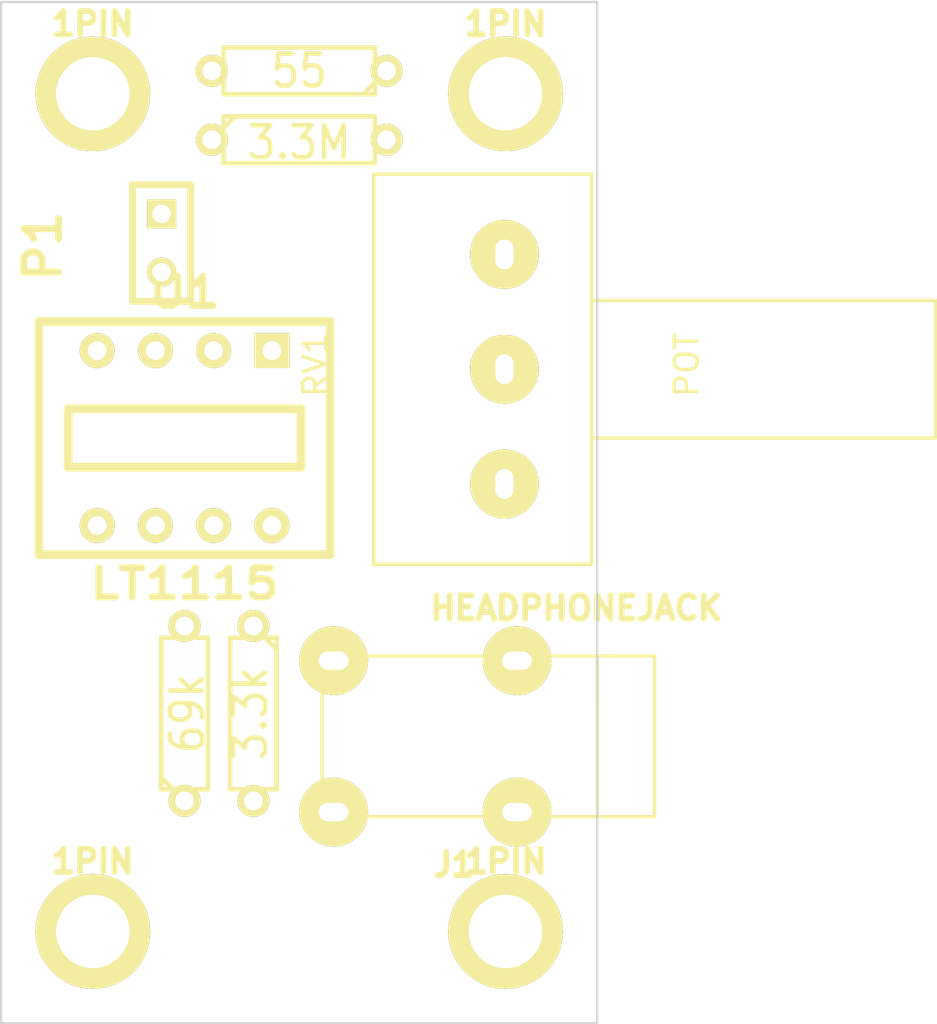
<source format=kicad_pcb>
(kicad_pcb (version 3) (host pcbnew "(2014-01-10 BZR 4027)-stable")

  (general
    (links 12)
    (no_connects 12)
    (area 119.949999 64.949999 185.079001 115.050001)
    (thickness 1.6)
    (drawings 5)
    (tracks 0)
    (zones 0)
    (modules 12)
    (nets 7)
  )

  (page A3)
  (layers
    (15 F.Cu signal)
    (0 B.Cu signal)
    (16 B.Adhes user)
    (17 F.Adhes user)
    (18 B.Paste user)
    (19 F.Paste user)
    (20 B.SilkS user)
    (21 F.SilkS user)
    (22 B.Mask user)
    (23 F.Mask user)
    (24 Dwgs.User user)
    (25 Cmts.User user)
    (26 Eco1.User user)
    (27 Eco2.User user)
    (28 Edge.Cuts user)
  )

  (setup
    (last_trace_width 0.254)
    (trace_clearance 0.254)
    (zone_clearance 0.508)
    (zone_45_only no)
    (trace_min 0.254)
    (segment_width 0.2)
    (edge_width 0.1)
    (via_size 0.889)
    (via_drill 0.635)
    (via_min_size 0.889)
    (via_min_drill 0.508)
    (uvia_size 0.508)
    (uvia_drill 0.127)
    (uvias_allowed no)
    (uvia_min_size 0.508)
    (uvia_min_drill 0.127)
    (pcb_text_width 0.3)
    (pcb_text_size 1.5 1.5)
    (mod_edge_width 0.15)
    (mod_text_size 1 1)
    (mod_text_width 0.15)
    (pad_size 5 5)
    (pad_drill 3.2)
    (pad_to_mask_clearance 0)
    (aux_axis_origin 0 0)
    (visible_elements FFFFFFBF)
    (pcbplotparams
      (layerselection 3178497)
      (usegerberextensions true)
      (excludeedgelayer true)
      (linewidth 0.150000)
      (plotframeref false)
      (viasonmask false)
      (mode 1)
      (useauxorigin false)
      (hpglpennumber 1)
      (hpglpenspeed 20)
      (hpglpendiameter 15)
      (hpglpenoverlay 2)
      (psnegative false)
      (psa4output false)
      (plotreference true)
      (plotvalue true)
      (plotothertext true)
      (plotinvisibletext false)
      (padsonsilk false)
      (subtractmaskfromsilk false)
      (outputformat 1)
      (mirror false)
      (drillshape 1)
      (scaleselection 1)
      (outputdirectory ""))
  )

  (net 0 "")
  (net 1 GND)
  (net 2 N-0000012)
  (net 3 N-000002)
  (net 4 N-000004)
  (net 5 N-000006)
  (net 6 N-000007)

  (net_class Default "This is the default net class."
    (clearance 0.254)
    (trace_width 0.254)
    (via_dia 0.889)
    (via_drill 0.635)
    (uvia_dia 0.508)
    (uvia_drill 0.127)
    (add_net "")
    (add_net GND)
    (add_net N-0000012)
    (add_net N-000002)
    (add_net N-000004)
    (add_net N-000006)
    (add_net N-000007)
  )

  (module SWDIP4 (layer F.Cu) (tedit 200000) (tstamp 536F107E)
    (at 152 84 180)
    (descr "Switch Dil 4 elements")
    (tags "SWITCH DEV")
    (path /536EF69C)
    (fp_text reference U1 (at 0 6.35 180) (layer F.SilkS)
      (effects (font (size 1.27 1.524) (thickness 0.3048)))
    )
    (fp_text value LT1115 (at 0 -6.35 180) (layer F.SilkS)
      (effects (font (size 1.27 1.524) (thickness 0.3048)))
    )
    (fp_line (start 5.08 -1.27) (end 5.08 1.27) (layer F.SilkS) (width 0.381))
    (fp_line (start 5.08 1.27) (end -5.08 1.27) (layer F.SilkS) (width 0.381))
    (fp_line (start -5.08 1.27) (end -5.08 -1.27) (layer F.SilkS) (width 0.381))
    (fp_line (start -5.08 -1.27) (end 5.08 -1.27) (layer F.SilkS) (width 0.381))
    (fp_line (start -6.35 5.08) (end -6.35 -5.08) (layer F.SilkS) (width 0.381))
    (fp_line (start -6.35 -5.08) (end 6.35 -5.08) (layer F.SilkS) (width 0.381))
    (fp_line (start 6.35 -5.08) (end 6.35 5.08) (layer F.SilkS) (width 0.381))
    (fp_line (start 6.35 5.08) (end -6.35 5.08) (layer F.SilkS) (width 0.381))
    (pad 1 thru_hole rect (at -3.81 3.81 180) (size 1.524 1.524) (drill 0.8128)
      (layers *.Cu *.Mask F.SilkS)
    )
    (pad 2 thru_hole circle (at -1.27 3.81 180) (size 1.524 1.524) (drill 0.8128)
      (layers *.Cu *.Mask F.SilkS)
      (net 6 N-000007)
    )
    (pad 3 thru_hole circle (at 1.27 3.81 180) (size 1.524 1.524) (drill 0.8128)
      (layers *.Cu *.Mask F.SilkS)
      (net 2 N-0000012)
    )
    (pad 4 thru_hole circle (at 3.81 3.81 180) (size 1.524 1.524) (drill 0.8128)
      (layers *.Cu *.Mask F.SilkS)
    )
    (pad 5 thru_hole circle (at 3.81 -3.81 180) (size 1.524 1.524) (drill 0.8128)
      (layers *.Cu *.Mask F.SilkS)
    )
    (pad 6 thru_hole circle (at 1.27 -3.81 180) (size 1.524 1.524) (drill 0.8128)
      (layers *.Cu *.Mask F.SilkS)
      (net 4 N-000004)
    )
    (pad 7 thru_hole circle (at -1.27 -3.81 180) (size 1.524 1.524) (drill 0.8128)
      (layers *.Cu *.Mask F.SilkS)
    )
    (pad 8 thru_hole circle (at -3.81 -3.81 180) (size 1.524 1.524) (drill 0.8128)
      (layers *.Cu *.Mask F.SilkS)
    )
  )

  (module R3 (layer F.Cu) (tedit 536F1348) (tstamp 536F156D)
    (at 157 68 180)
    (descr "Resitance 3 pas")
    (tags R)
    (path /536EF732)
    (autoplace_cost180 10)
    (fp_text reference R2 (at 0 0.127 180) (layer F.SilkS) hide
      (effects (font (size 1.397 1.27) (thickness 0.2032)))
    )
    (fp_text value 55 (at 0 0 180) (layer F.SilkS)
      (effects (font (size 1.397 1.27) (thickness 0.2032)))
    )
    (fp_line (start -3.81 0) (end -3.302 0) (layer F.SilkS) (width 0.2032))
    (fp_line (start 3.81 0) (end 3.302 0) (layer F.SilkS) (width 0.2032))
    (fp_line (start 3.302 0) (end 3.302 -1.016) (layer F.SilkS) (width 0.2032))
    (fp_line (start 3.302 -1.016) (end -3.302 -1.016) (layer F.SilkS) (width 0.2032))
    (fp_line (start -3.302 -1.016) (end -3.302 1.016) (layer F.SilkS) (width 0.2032))
    (fp_line (start -3.302 1.016) (end 3.302 1.016) (layer F.SilkS) (width 0.2032))
    (fp_line (start 3.302 1.016) (end 3.302 0) (layer F.SilkS) (width 0.2032))
    (fp_line (start -3.302 -0.508) (end -2.794 -1.016) (layer F.SilkS) (width 0.2032))
    (pad 1 thru_hole circle (at -3.81 0 180) (size 1.397 1.397) (drill 0.8128)
      (layers *.Cu *.Mask F.SilkS)
      (net 3 N-000002)
    )
    (pad 2 thru_hole circle (at 3.81 0 180) (size 1.397 1.397) (drill 0.8128)
      (layers *.Cu *.Mask F.SilkS)
      (net 1 GND)
    )
    (model discret/resistor.wrl
      (at (xyz 0 0 0))
      (scale (xyz 0.3 0.3 0.3))
      (rotate (xyz 0 0 0))
    )
  )

  (module R3 (layer F.Cu) (tedit 4E4C0E65) (tstamp 536F1598)
    (at 155 96 270)
    (descr "Resitance 3 pas")
    (tags R)
    (path /536EFF73)
    (autoplace_cost180 10)
    (fp_text reference R4 (at 0 0.127 270) (layer F.SilkS) hide
      (effects (font (size 1.397 1.27) (thickness 0.2032)))
    )
    (fp_text value 3.3k (at 0 0.127 270) (layer F.SilkS)
      (effects (font (size 1.397 1.27) (thickness 0.2032)))
    )
    (fp_line (start -3.81 0) (end -3.302 0) (layer F.SilkS) (width 0.2032))
    (fp_line (start 3.81 0) (end 3.302 0) (layer F.SilkS) (width 0.2032))
    (fp_line (start 3.302 0) (end 3.302 -1.016) (layer F.SilkS) (width 0.2032))
    (fp_line (start 3.302 -1.016) (end -3.302 -1.016) (layer F.SilkS) (width 0.2032))
    (fp_line (start -3.302 -1.016) (end -3.302 1.016) (layer F.SilkS) (width 0.2032))
    (fp_line (start -3.302 1.016) (end 3.302 1.016) (layer F.SilkS) (width 0.2032))
    (fp_line (start 3.302 1.016) (end 3.302 0) (layer F.SilkS) (width 0.2032))
    (fp_line (start -3.302 -0.508) (end -2.794 -1.016) (layer F.SilkS) (width 0.2032))
    (pad 1 thru_hole circle (at -3.81 0 270) (size 1.397 1.397) (drill 0.8128)
      (layers *.Cu *.Mask F.SilkS)
      (net 1 GND)
    )
    (pad 2 thru_hole circle (at 3.81 0 270) (size 1.397 1.397) (drill 0.8128)
      (layers *.Cu *.Mask F.SilkS)
      (net 5 N-000006)
    )
    (model discret/resistor.wrl
      (at (xyz 0 0 0))
      (scale (xyz 0.3 0.3 0.3))
      (rotate (xyz 0 0 0))
    )
  )

  (module R3 (layer F.Cu) (tedit 4E4C0E65) (tstamp 536F1484)
    (at 152 96 90)
    (descr "Resitance 3 pas")
    (tags R)
    (path /536F002D)
    (autoplace_cost180 10)
    (fp_text reference R3 (at 0 0.127 90) (layer F.SilkS) hide
      (effects (font (size 1.397 1.27) (thickness 0.2032)))
    )
    (fp_text value 69k (at 0 0.127 90) (layer F.SilkS)
      (effects (font (size 1.397 1.27) (thickness 0.2032)))
    )
    (fp_line (start -3.81 0) (end -3.302 0) (layer F.SilkS) (width 0.2032))
    (fp_line (start 3.81 0) (end 3.302 0) (layer F.SilkS) (width 0.2032))
    (fp_line (start 3.302 0) (end 3.302 -1.016) (layer F.SilkS) (width 0.2032))
    (fp_line (start 3.302 -1.016) (end -3.302 -1.016) (layer F.SilkS) (width 0.2032))
    (fp_line (start -3.302 -1.016) (end -3.302 1.016) (layer F.SilkS) (width 0.2032))
    (fp_line (start -3.302 1.016) (end 3.302 1.016) (layer F.SilkS) (width 0.2032))
    (fp_line (start 3.302 1.016) (end 3.302 0) (layer F.SilkS) (width 0.2032))
    (fp_line (start -3.302 -0.508) (end -2.794 -1.016) (layer F.SilkS) (width 0.2032))
    (pad 1 thru_hole circle (at -3.81 0 90) (size 1.397 1.397) (drill 0.8128)
      (layers *.Cu *.Mask F.SilkS)
      (net 5 N-000006)
    )
    (pad 2 thru_hole circle (at 3.81 0 90) (size 1.397 1.397) (drill 0.8128)
      (layers *.Cu *.Mask F.SilkS)
      (net 4 N-000004)
    )
    (model discret/resistor.wrl
      (at (xyz 0 0 0))
      (scale (xyz 0.3 0.3 0.3))
      (rotate (xyz 0 0 0))
    )
  )

  (module R3 (layer F.Cu) (tedit 4E4C0E65) (tstamp 536F10B6)
    (at 157 71)
    (descr "Resitance 3 pas")
    (tags R)
    (path /536F010A)
    (autoplace_cost180 10)
    (fp_text reference R1 (at 0 0.127) (layer F.SilkS) hide
      (effects (font (size 1.397 1.27) (thickness 0.2032)))
    )
    (fp_text value 3.3M (at 0 0.127) (layer F.SilkS)
      (effects (font (size 1.397 1.27) (thickness 0.2032)))
    )
    (fp_line (start -3.81 0) (end -3.302 0) (layer F.SilkS) (width 0.2032))
    (fp_line (start 3.81 0) (end 3.302 0) (layer F.SilkS) (width 0.2032))
    (fp_line (start 3.302 0) (end 3.302 -1.016) (layer F.SilkS) (width 0.2032))
    (fp_line (start 3.302 -1.016) (end -3.302 -1.016) (layer F.SilkS) (width 0.2032))
    (fp_line (start -3.302 -1.016) (end -3.302 1.016) (layer F.SilkS) (width 0.2032))
    (fp_line (start -3.302 1.016) (end 3.302 1.016) (layer F.SilkS) (width 0.2032))
    (fp_line (start 3.302 1.016) (end 3.302 0) (layer F.SilkS) (width 0.2032))
    (fp_line (start -3.302 -0.508) (end -2.794 -1.016) (layer F.SilkS) (width 0.2032))
    (pad 1 thru_hole circle (at -3.81 0) (size 1.397 1.397) (drill 0.8128)
      (layers *.Cu *.Mask F.SilkS)
      (net 6 N-000007)
    )
    (pad 2 thru_hole circle (at 3.81 0) (size 1.397 1.397) (drill 0.8128)
      (layers *.Cu *.Mask F.SilkS)
      (net 3 N-000002)
    )
    (model discret/resistor.wrl
      (at (xyz 0 0 0))
      (scale (xyz 0.3 0.3 0.3))
      (rotate (xyz 0 0 0))
    )
  )

  (module POT_P160KN (layer F.Cu) (tedit 536EBCE1) (tstamp 536F10C4)
    (at 165 81 270)
    (path /536EF998)
    (fp_text reference RV1 (at -0.2 7.3 270) (layer F.SilkS)
      (effects (font (size 1 1) (thickness 0.15)))
    )
    (fp_text value POT (at -0.2 -8.9 270) (layer F.SilkS)
      (effects (font (size 1 1) (thickness 0.15)))
    )
    (fp_line (start 3 -4.75) (end 3 -19.75) (layer F.SilkS) (width 0.15))
    (fp_line (start 3 -19.75) (end -3 -19.75) (layer F.SilkS) (width 0.15))
    (fp_line (start -3 -19.75) (end -3 -4.75) (layer F.SilkS) (width 0.15))
    (fp_line (start 8.5 -4.75) (end 8.5 4.75) (layer F.SilkS) (width 0.15))
    (fp_line (start 8.5 4.75) (end -8.5 4.75) (layer F.SilkS) (width 0.15))
    (fp_line (start -8.5 4.75) (end -8.5 -4.75) (layer F.SilkS) (width 0.15))
    (fp_line (start -8.5 -4.75) (end 8.5 -4.75) (layer F.SilkS) (width 0.15))
    (pad 2 thru_hole circle (at 0 -0.95 270) (size 3 3) (drill oval 1.3 0.8)
      (layers *.Cu *.Mask F.SilkS)
      (net 4 N-000004)
    )
    (pad 3 thru_hole circle (at 5 -0.95 270) (size 3 3) (drill oval 1.3 0.8)
      (layers *.Cu *.Mask F.SilkS)
    )
    (pad 1 thru_hole circle (at -5 -0.95 270) (size 3 3) (drill oval 1.3 0.8)
      (layers *.Cu *.Mask F.SilkS)
      (net 3 N-000002)
    )
  )

  (module PinHeader2 (layer F.Cu) (tedit 53692903) (tstamp 536F10CE)
    (at 151 75.5 270)
    (descr "Bornier d'alimentation 2 pins")
    (tags DEV)
    (path /536EF8E9)
    (fp_text reference P1 (at 0.14 5.18 270) (layer F.SilkS)
      (effects (font (size 1.524 1.524) (thickness 0.3048)))
    )
    (fp_text value CONN_2 (at 0 5.08 270) (layer F.SilkS) hide
      (effects (font (size 1.524 1.524) (thickness 0.3048)))
    )
    (fp_line (start 2.54 1.27) (end -2.54 1.27) (layer F.SilkS) (width 0.3048))
    (fp_line (start 2.54 1.27) (end 2.54 -1.27) (layer F.SilkS) (width 0.3048))
    (fp_line (start 2.54 -1.27) (end -2.54 -1.27) (layer F.SilkS) (width 0.3048))
    (fp_line (start -2.54 -1.27) (end -2.54 1.27) (layer F.SilkS) (width 0.3048))
    (pad 1 thru_hole rect (at -1.27 0 270) (size 1.27 1.27) (drill 0.8)
      (layers *.Cu *.Mask F.SilkS)
      (net 1 GND)
    )
    (pad 2 thru_hole circle (at 1.27 0 270) (size 1.27 1.27) (drill 0.8)
      (layers *.Cu *.Mask F.SilkS)
      (net 2 N-0000012)
    )
    (model Device/bornier_2.wrl
      (at (xyz 0 0 0))
      (scale (xyz 0.55 0.55 1))
      (rotate (xyz 0 0 0))
    )
  )

  (module HeadphoneJack (layer F.Cu) (tedit 536EAE5B) (tstamp 536F10DF)
    (at 164 97 180)
    (descr "module 1 pin (ou trou mecanique de percage)")
    (tags "CONN JACK")
    (path /536EF823)
    (fp_text reference J1 (at 0.254 -5.588 180) (layer F.SilkS)
      (effects (font (size 1.016 1.016) (thickness 0.254)))
    )
    (fp_text value HEADPHONEJACK (at -5.08 5.588 180) (layer F.SilkS)
      (effects (font (size 1.016 1.016) (thickness 0.254)))
    )
    (fp_line (start -8.5 -3.5) (end -6 -3.5) (layer F.SilkS) (width 0.15))
    (fp_line (start -8.5 -3.5) (end -8.5 3.5) (layer F.SilkS) (width 0.15))
    (fp_line (start -8.5 3.5) (end -6 3.5) (layer F.SilkS) (width 0.15))
    (fp_line (start -6 3.5) (end -6 1.5) (layer F.SilkS) (width 0.15))
    (fp_line (start -6 -3.5) (end 6 -3.5) (layer F.SilkS) (width 0.15))
    (fp_line (start 6 -3.5) (end 6 3.5) (layer F.SilkS) (width 0.15))
    (fp_line (start 6 3.5) (end -6 3.5) (layer F.SilkS) (width 0.15))
    (fp_line (start -6 3.5) (end -6 -3.5) (layer F.SilkS) (width 0.15))
    (fp_line (start -6 -3.5) (end -5.5 -3.5) (layer F.SilkS) (width 0.15))
    (pad 2 thru_hole circle (at 5.5 -3.3 180) (size 3 3) (drill oval 1.3 0.8)
      (layers *.Cu *.Mask F.SilkS)
      (net 5 N-000006)
    )
    (pad 1 thru_hole circle (at -2.5 3.3 270) (size 3 3) (drill oval 0.8 1.3)
      (layers *.Cu *.Mask F.SilkS)
      (net 1 GND)
    )
    (pad 3 thru_hole circle (at 5.5 3.3 180) (size 3 3) (drill oval 1.3 0.8)
      (layers *.Cu *.Mask F.SilkS)
    )
    (pad 1 thru_hole circle (at -2.5 -3.3 270) (size 3 3) (drill oval 0.8 1.3)
      (layers *.Cu *.Mask F.SilkS)
      (net 1 GND)
    )
    (model Connectors/POWER_21.wrl
      (at (xyz 0 0 0))
      (scale (xyz 0.8 0.8 0.8))
      (rotate (xyz 0 0 0))
    )
  )

  (module 1pin (layer F.Cu) (tedit 536F15B4) (tstamp 536F3C5D)
    (at 166 69)
    (descr "module 1 pin (ou trou mecanique de percage)")
    (tags DEV)
    (path 1pin)
    (fp_text reference 1PIN (at 0 -3.048) (layer F.SilkS)
      (effects (font (size 1.016 1.016) (thickness 0.254)))
    )
    (fp_text value P*** (at 0 2.794) (layer F.SilkS) hide
      (effects (font (size 1.016 1.016) (thickness 0.254)))
    )
    (fp_circle (center 0 0) (end 0 -2.286) (layer F.SilkS) (width 0.381))
    (pad 1 thru_hole circle (at 0 0) (size 5 5) (drill 3.2)
      (layers *.Cu *.Mask F.SilkS)
    )
  )

  (module 1pin (layer F.Cu) (tedit 536F1630) (tstamp 536F3C85)
    (at 148 69)
    (descr "module 1 pin (ou trou mecanique de percage)")
    (tags DEV)
    (path 1pin)
    (fp_text reference 1PIN (at 0 -3.048) (layer F.SilkS)
      (effects (font (size 1.016 1.016) (thickness 0.254)))
    )
    (fp_text value P*** (at 0 2.794) (layer F.SilkS) hide
      (effects (font (size 1.016 1.016) (thickness 0.254)))
    )
    (fp_circle (center 0 0) (end 0 -2.286) (layer F.SilkS) (width 0.381))
    (pad 1 thru_hole circle (at 0 0) (size 5 5) (drill 3.2)
      (layers *.Cu *.Mask F.SilkS)
    )
  )

  (module 1pin (layer F.Cu) (tedit 536F16BF) (tstamp 536F3CDC)
    (at 166 105.5)
    (descr "module 1 pin (ou trou mecanique de percage)")
    (tags DEV)
    (path 1pin)
    (fp_text reference 1PIN (at 0 -3.048) (layer F.SilkS)
      (effects (font (size 1.016 1.016) (thickness 0.254)))
    )
    (fp_text value P*** (at 0 2.794) (layer F.SilkS) hide
      (effects (font (size 1.016 1.016) (thickness 0.254)))
    )
    (fp_circle (center 0 0) (end 0 -2.286) (layer F.SilkS) (width 0.381))
    (pad 1 thru_hole circle (at 0 0) (size 5 5) (drill 3.2)
      (layers *.Cu *.Mask F.SilkS)
    )
  )

  (module 1pin (layer F.Cu) (tedit 536F16FA) (tstamp 536F3CFA)
    (at 148 105.5)
    (descr "module 1 pin (ou trou mecanique de percage)")
    (tags DEV)
    (path 1pin)
    (fp_text reference 1PIN (at 0 -3.048) (layer F.SilkS)
      (effects (font (size 1.016 1.016) (thickness 0.254)))
    )
    (fp_text value P*** (at 0 2.794) (layer F.SilkS) hide
      (effects (font (size 1.016 1.016) (thickness 0.254)))
    )
    (fp_circle (center 0 0) (end 0 -2.286) (layer F.SilkS) (width 0.381))
    (pad 1 thru_hole circle (at 0 0) (size 5 5) (drill 3.2)
      (layers *.Cu *.Mask F.SilkS)
    )
  )

  (gr_line (start 144 65) (end 144.5 65) (angle 90) (layer Edge.Cuts) (width 0.1))
  (gr_line (start 144 109.5) (end 144 65) (angle 90) (layer Edge.Cuts) (width 0.1))
  (gr_line (start 170 109.5) (end 144 109.5) (angle 90) (layer Edge.Cuts) (width 0.1))
  (gr_line (start 170 65) (end 170 109.5) (angle 90) (layer Edge.Cuts) (width 0.1))
  (gr_line (start 144 65) (end 170 65) (angle 90) (layer Edge.Cuts) (width 0.1))

  (zone (net 1) (net_name GND) (layer B.Cu) (tstamp 536F187B) (hatch edge 0.508)
    (connect_pads (clearance 0.508))
    (min_thickness 0.254)
    (fill (arc_segments 16) (thermal_gap 0.508) (thermal_bridge_width 0.508))
    (polygon
      (pts
        (xy 170 109.5) (xy 144 109.5) (xy 144 65) (xy 170 65)
      )
    )
  )
)

</source>
